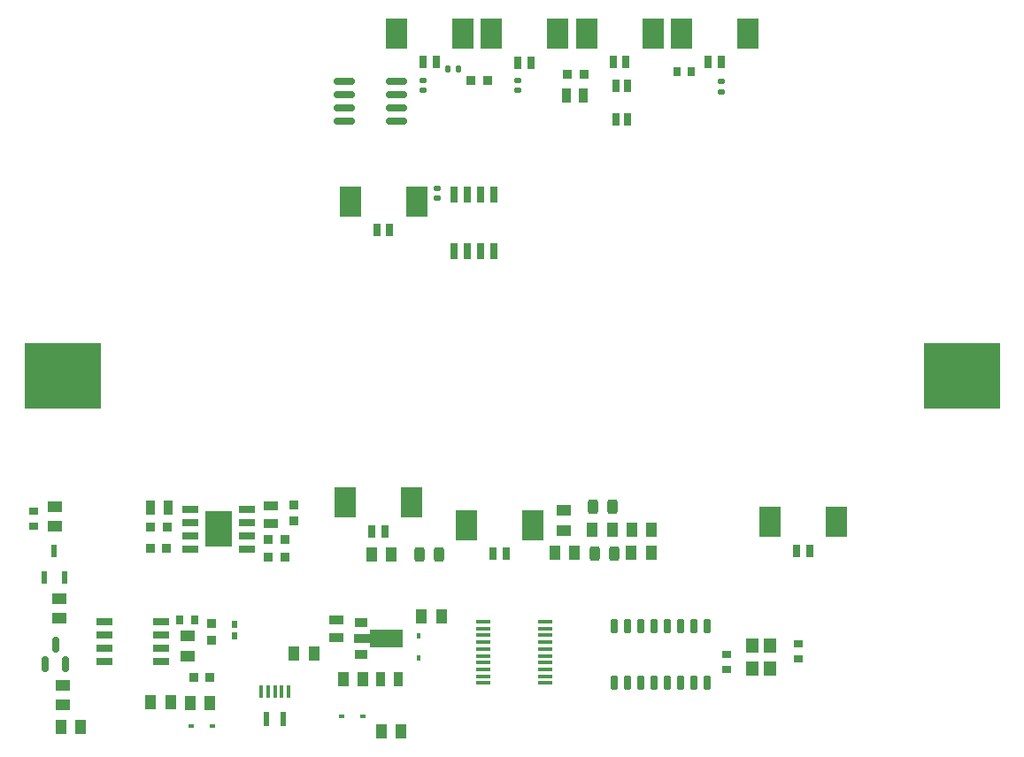
<source format=gbr>
%TF.GenerationSoftware,KiCad,Pcbnew,(6.0.2)*%
%TF.CreationDate,2022-04-11T22:24:11+02:00*%
%TF.ProjectId,main,6d61696e-2e6b-4696-9361-645f70636258,v0.02*%
%TF.SameCoordinates,Original*%
%TF.FileFunction,Paste,Top*%
%TF.FilePolarity,Positive*%
%FSLAX46Y46*%
G04 Gerber Fmt 4.6, Leading zero omitted, Abs format (unit mm)*
G04 Created by KiCad (PCBNEW (6.0.2)) date 2022-04-11 22:24:11*
%MOMM*%
%LPD*%
G01*
G04 APERTURE LIST*
G04 Aperture macros list*
%AMRoundRect*
0 Rectangle with rounded corners*
0 $1 Rounding radius*
0 $2 $3 $4 $5 $6 $7 $8 $9 X,Y pos of 4 corners*
0 Add a 4 corners polygon primitive as box body*
4,1,4,$2,$3,$4,$5,$6,$7,$8,$9,$2,$3,0*
0 Add four circle primitives for the rounded corners*
1,1,$1+$1,$2,$3*
1,1,$1+$1,$4,$5*
1,1,$1+$1,$6,$7*
1,1,$1+$1,$8,$9*
0 Add four rect primitives between the rounded corners*
20,1,$1+$1,$2,$3,$4,$5,0*
20,1,$1+$1,$4,$5,$6,$7,0*
20,1,$1+$1,$6,$7,$8,$9,0*
20,1,$1+$1,$8,$9,$2,$3,0*%
%AMFreePoly0*
4,1,9,3.862500,-0.866500,0.737500,-0.866500,0.737500,-0.450000,-0.737500,-0.450000,-0.737500,0.450000,0.737500,0.450000,0.737500,0.866500,3.862500,0.866500,3.862500,-0.866500,3.862500,-0.866500,$1*%
G04 Aperture macros list end*
%ADD10R,1.450000X1.000000*%
%ADD11R,0.400000X1.250000*%
%ADD12R,0.600000X1.350000*%
%ADD13R,1.000000X1.450000*%
%ADD14R,0.940000X0.730000*%
%ADD15R,0.730000X0.940000*%
%ADD16R,0.800000X1.300000*%
%ADD17R,2.100000X3.000000*%
%ADD18R,0.900000X0.950000*%
%ADD19R,7.340000X6.350000*%
%ADD20RoundRect,0.140000X0.170000X-0.140000X0.170000X0.140000X-0.170000X0.140000X-0.170000X-0.140000X0*%
%ADD21RoundRect,0.150000X0.825000X0.150000X-0.825000X0.150000X-0.825000X-0.150000X0.825000X-0.150000X0*%
%ADD22RoundRect,0.049600X0.260400X-0.605400X0.260400X0.605400X-0.260400X0.605400X-0.260400X-0.605400X0*%
%ADD23R,0.600000X1.200000*%
%ADD24R,0.600000X0.750000*%
%ADD25R,0.970000X1.470000*%
%ADD26RoundRect,0.140000X-0.170000X0.140000X-0.170000X-0.140000X0.170000X-0.140000X0.170000X0.140000X0*%
%ADD27R,1.470000X0.970000*%
%ADD28RoundRect,0.140000X0.140000X0.170000X-0.140000X0.170000X-0.140000X-0.170000X0.140000X-0.170000X0*%
%ADD29R,1.525000X0.700000*%
%ADD30R,2.513000X3.402000*%
%ADD31R,0.650000X1.525000*%
%ADD32R,0.950000X0.900000*%
%ADD33R,1.475000X0.450000*%
%ADD34R,1.200000X1.400000*%
%ADD35RoundRect,0.243750X-0.243750X-0.456250X0.243750X-0.456250X0.243750X0.456250X-0.243750X0.456250X0*%
%ADD36R,0.600000X0.450000*%
%ADD37R,0.800000X1.200000*%
%ADD38R,0.450000X0.600000*%
%ADD39R,1.300000X0.900000*%
%ADD40FreePoly0,0.000000*%
%ADD41RoundRect,0.150000X0.150000X-0.587500X0.150000X0.587500X-0.150000X0.587500X-0.150000X-0.587500X0*%
G04 APERTURE END LIST*
D10*
%TO.C,R24*%
X141940000Y-119400000D03*
X141940000Y-117500000D03*
%TD*%
D11*
%TO.C,J5*%
X112970000Y-134825000D03*
X113620000Y-134825000D03*
X114270000Y-134825000D03*
X114920000Y-134825000D03*
X115570000Y-134825000D03*
D12*
X113470000Y-137475000D03*
X115070000Y-137475000D03*
%TD*%
D13*
%TO.C,R23*%
X144650000Y-119330000D03*
X146550000Y-119330000D03*
%TD*%
D14*
%TO.C,C5*%
X91150000Y-119000000D03*
X91150000Y-117580000D03*
%TD*%
D15*
%TO.C,C11*%
X152706000Y-75438000D03*
X154126000Y-75438000D03*
%TD*%
D16*
%TO.C,J11*%
X165435000Y-121349500D03*
X164185000Y-121349500D03*
D17*
X167985000Y-118599500D03*
X161635000Y-118599500D03*
%TD*%
D15*
%TO.C,C6*%
X106600000Y-127920000D03*
X105180000Y-127920000D03*
%TD*%
D13*
%TO.C,R7*%
X108070000Y-135890000D03*
X106170000Y-135890000D03*
%TD*%
D10*
%TO.C,R11*%
X93220000Y-119000000D03*
X93220000Y-117100000D03*
%TD*%
D18*
%TO.C,R18*%
X143820000Y-75760000D03*
X142220000Y-75760000D03*
%TD*%
D19*
%TO.C,BT1*%
X93975000Y-104550000D03*
X179975000Y-104550000D03*
%TD*%
D20*
%TO.C,C13*%
X129794000Y-87602000D03*
X129794000Y-86642000D03*
%TD*%
D13*
%TO.C,R6*%
X104290000Y-135860000D03*
X102390000Y-135860000D03*
%TD*%
D21*
%TO.C,U2*%
X125865000Y-80165000D03*
X125865000Y-78895000D03*
X125865000Y-77625000D03*
X125865000Y-76355000D03*
X120915000Y-76355000D03*
X120915000Y-77625000D03*
X120915000Y-78895000D03*
X120915000Y-80165000D03*
%TD*%
D22*
%TO.C,U4*%
X146715000Y-134010000D03*
X147985000Y-134010000D03*
X149255000Y-134010000D03*
X150525000Y-134010000D03*
X151795000Y-134010000D03*
X153065000Y-134010000D03*
X154335000Y-134010000D03*
X155605000Y-134010000D03*
X155605000Y-128510000D03*
X154335000Y-128510000D03*
X153065000Y-128510000D03*
X151795000Y-128510000D03*
X150525000Y-128510000D03*
X149255000Y-128510000D03*
X147985000Y-128510000D03*
X146715000Y-128510000D03*
%TD*%
D23*
%TO.C,Q2*%
X92220000Y-123880000D03*
X94120000Y-123880000D03*
X93170000Y-121380000D03*
%TD*%
D13*
%TO.C,R5*%
X118010000Y-131170000D03*
X116110000Y-131170000D03*
%TD*%
D16*
%TO.C,J9*%
X147865000Y-74549500D03*
X146615000Y-74549500D03*
D17*
X150415000Y-71799500D03*
X144065000Y-71799500D03*
%TD*%
D16*
%TO.C,J10*%
X125260000Y-90660000D03*
X124010000Y-90660000D03*
D17*
X127810000Y-87910000D03*
X121460000Y-87910000D03*
%TD*%
D24*
%TO.C,R15*%
X110370000Y-128360000D03*
X110370000Y-129460000D03*
%TD*%
D25*
%TO.C,C3*%
X124370000Y-133600000D03*
X126030000Y-133600000D03*
%TD*%
D26*
%TO.C,C9*%
X137470000Y-76310000D03*
X137470000Y-77270000D03*
%TD*%
D16*
%TO.C,J8*%
X138745000Y-74579500D03*
X137495000Y-74579500D03*
D17*
X141295000Y-71829500D03*
X134945000Y-71829500D03*
%TD*%
D27*
%TO.C,C2*%
X120130000Y-129640000D03*
X120130000Y-127980000D03*
%TD*%
D25*
%TO.C,C4*%
X104030000Y-117170000D03*
X102370000Y-117170000D03*
%TD*%
D28*
%TO.C,C12*%
X131798000Y-75184000D03*
X130838000Y-75184000D03*
%TD*%
D26*
%TO.C,C8*%
X157000000Y-76420000D03*
X157000000Y-77380000D03*
%TD*%
D18*
%TO.C,D1*%
X106550000Y-133420000D03*
X108050000Y-133420000D03*
%TD*%
D10*
%TO.C,R10*%
X93990000Y-136120000D03*
X93990000Y-134220000D03*
%TD*%
D13*
%TO.C,R19*%
X150300000Y-119340000D03*
X148400000Y-119340000D03*
%TD*%
D29*
%TO.C,IC1*%
X111612000Y-121155000D03*
X111612000Y-119885000D03*
X111612000Y-118615000D03*
X111612000Y-117345000D03*
X106188000Y-117345000D03*
X106188000Y-118615000D03*
X106188000Y-119885000D03*
X106188000Y-121155000D03*
D30*
X108900000Y-119250000D03*
%TD*%
D18*
%TO.C,R17*%
X133050000Y-76290000D03*
X134650000Y-76290000D03*
%TD*%
%TO.C,R9*%
X115240000Y-121960000D03*
X113640000Y-121960000D03*
%TD*%
D31*
%TO.C,IC3*%
X131445000Y-92628000D03*
X132715000Y-92628000D03*
X133985000Y-92628000D03*
X135255000Y-92628000D03*
X135255000Y-87204000D03*
X133985000Y-87204000D03*
X132715000Y-87204000D03*
X131445000Y-87204000D03*
%TD*%
D13*
%TO.C,R4*%
X126330000Y-138630000D03*
X124430000Y-138630000D03*
%TD*%
D32*
%TO.C,R14*%
X108180000Y-129870000D03*
X108180000Y-128270000D03*
%TD*%
D33*
%TO.C,IC4*%
X140098000Y-133989000D03*
X140098000Y-133339000D03*
X140098000Y-132689000D03*
X140098000Y-132039000D03*
X140098000Y-131389000D03*
X140098000Y-130739000D03*
X140098000Y-130089000D03*
X140098000Y-129439000D03*
X140098000Y-128789000D03*
X140098000Y-128139000D03*
X134222000Y-128139000D03*
X134222000Y-128789000D03*
X134222000Y-129439000D03*
X134222000Y-130089000D03*
X134222000Y-130739000D03*
X134222000Y-131389000D03*
X134222000Y-132039000D03*
X134222000Y-132689000D03*
X134222000Y-133339000D03*
X134222000Y-133989000D03*
%TD*%
D14*
%TO.C,C15*%
X157502000Y-131286000D03*
X157502000Y-132706000D03*
%TD*%
D13*
%TO.C,R20*%
X150280000Y-121540000D03*
X148380000Y-121540000D03*
%TD*%
D10*
%TO.C,R16*%
X105950000Y-129510000D03*
X105950000Y-131410000D03*
%TD*%
D32*
%TO.C,D6*%
X116100000Y-118450000D03*
X116100000Y-116950000D03*
%TD*%
D18*
%TO.C,R13*%
X113650000Y-120260000D03*
X115250000Y-120260000D03*
%TD*%
D16*
%TO.C,J13*%
X124785000Y-119459500D03*
X123535000Y-119459500D03*
D17*
X127335000Y-116709500D03*
X120985000Y-116709500D03*
%TD*%
D34*
%TO.C,Y1*%
X159954000Y-130380000D03*
X159954000Y-132580000D03*
X161654000Y-132580000D03*
X161654000Y-130380000D03*
%TD*%
D35*
%TO.C,D7*%
X144850000Y-121580000D03*
X146725000Y-121580000D03*
%TD*%
D18*
%TO.C,D5*%
X102400000Y-121140000D03*
X103900000Y-121140000D03*
%TD*%
D16*
%TO.C,J6*%
X156995000Y-74549500D03*
X155745000Y-74549500D03*
D17*
X159545000Y-71799500D03*
X153195000Y-71799500D03*
%TD*%
D13*
%TO.C,R3*%
X120780000Y-133630000D03*
X122680000Y-133630000D03*
%TD*%
D29*
%TO.C,IC2*%
X103382000Y-131905000D03*
X103382000Y-130635000D03*
X103382000Y-129365000D03*
X103382000Y-128095000D03*
X97958000Y-128095000D03*
X97958000Y-129365000D03*
X97958000Y-130635000D03*
X97958000Y-131905000D03*
%TD*%
D20*
%TO.C,C7*%
X128400000Y-77280000D03*
X128400000Y-76320000D03*
%TD*%
D10*
%TO.C,R12*%
X93620000Y-127790000D03*
X93620000Y-125890000D03*
%TD*%
D25*
%TO.C,C10*%
X143800000Y-77760000D03*
X142140000Y-77760000D03*
%TD*%
D35*
%TO.C,D8*%
X128094500Y-121666000D03*
X129969500Y-121666000D03*
%TD*%
D13*
%TO.C,R22*%
X123510000Y-121666000D03*
X125410000Y-121666000D03*
%TD*%
D36*
%TO.C,D3*%
X122720000Y-137220000D03*
X120620000Y-137220000D03*
%TD*%
D35*
%TO.C,D9*%
X144682500Y-117150000D03*
X146557500Y-117150000D03*
%TD*%
D14*
%TO.C,C14*%
X164360000Y-131690000D03*
X164360000Y-130270000D03*
%TD*%
D37*
%TO.C,U3*%
X146875000Y-76860000D03*
X148025000Y-76860000D03*
X148025000Y-80060000D03*
X146875000Y-80060000D03*
%TD*%
D38*
%TO.C,D2*%
X128010000Y-129520000D03*
X128010000Y-131620000D03*
%TD*%
D39*
%TO.C,U1*%
X122540000Y-128250000D03*
D40*
X122627500Y-129750000D03*
D39*
X122540000Y-131250000D03*
%TD*%
D36*
%TO.C,D4*%
X106220000Y-138150000D03*
X108320000Y-138150000D03*
%TD*%
D18*
%TO.C,R8*%
X102390000Y-119100000D03*
X103990000Y-119100000D03*
%TD*%
D16*
%TO.C,J7*%
X129685000Y-74549500D03*
X128435000Y-74549500D03*
D17*
X132235000Y-71799500D03*
X125885000Y-71799500D03*
%TD*%
D13*
%TO.C,R1*%
X128280000Y-127620000D03*
X130180000Y-127620000D03*
%TD*%
%TO.C,R21*%
X141040000Y-121550000D03*
X142940000Y-121550000D03*
%TD*%
D41*
%TO.C,Q1*%
X92320000Y-132227500D03*
X94220000Y-132227500D03*
X93270000Y-130352500D03*
%TD*%
D27*
%TO.C,C1*%
X113850000Y-117030000D03*
X113850000Y-118690000D03*
%TD*%
D13*
%TO.C,R2*%
X95692000Y-138176000D03*
X93792000Y-138176000D03*
%TD*%
D16*
%TO.C,J12*%
X136375000Y-121639500D03*
X135125000Y-121639500D03*
D17*
X138925000Y-118889500D03*
X132575000Y-118889500D03*
%TD*%
M02*

</source>
